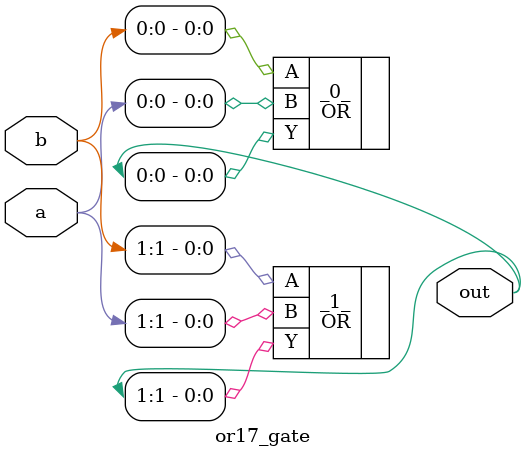
<source format=v>
/* Generated by Yosys 0.41+83 (git sha1 7045cf509, x86_64-w64-mingw32-g++ 13.2.1 -Os) */

/* cells_not_processed =  1  */
/* src = "or17_gate.v:2.1-29.10" */
module or17_gate(a, b, out);
  /* src = "or17_gate.v:3.17-3.18" */
  input [1:0] a;
  wire [1:0] a;
  /* src = "or17_gate.v:4.17-4.18" */
  input [1:0] b;
  wire [1:0] b;
  /* src = "or17_gate.v:5.22-5.25" */
  output [1:0] out;
  wire [1:0] out;
  OR _0_ (
    .A(b[0]),
    .B(a[0]),
    .Y(out[0])
  );
  OR _1_ (
    .A(b[1]),
    .B(a[1]),
    .Y(out[1])
  );
endmodule

</source>
